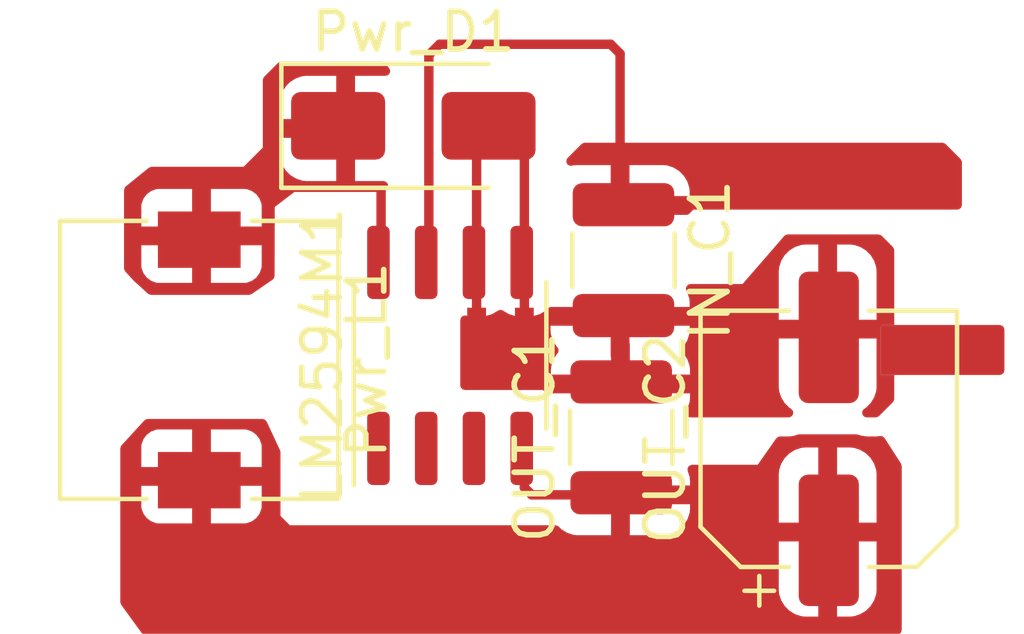
<source format=kicad_pcb>
(kicad_pcb (version 20221018) (generator pcbnew)
  (layers (0 "F.Cu" signal) (31 "B.Cu" signal) (34 "B.Paste" user) (35 "F.Paste" user) (36 "B.SilkS" user "B.Silkscreen") (37 "F.SilkS" user "F.Silkscreen") (38 "B.Mask" user) (39 "F.Mask" user) (44 "Edge.Cuts" user))
  (net 0 "")
  (net 1 "+12V")
  (net 2 "GND")
  (net 3 "+3V3")
  (net 4 "/Net_diodo")
  (footprint "Capacitor_SMD:CP_Elec_6.3x7.7" (layer "F.Cu") (at 153.59 77.24 90)
    (fp_text reference "OUT_C2" (at 0 -4.35 90) (layer "F.SilkS"))
    (fp_text value "C")
    (fp_line (start -4.4375 -1.8475) (end -3.65 -1.8475) (stroke (width 0.12)) (layer "F.SilkS"))
    (fp_line (start -4.04375 -2.24125) (end -4.04375 -1.45375) (stroke (width 0.12)) (layer "F.SilkS"))
    (fp_line (start -3.41 -2.345563) (end -3.41 -1.06) (stroke (width 0.12)) (layer "F.SilkS"))
    (fp_line (start -3.41 -2.345563) (end -2.345563 -3.41) (stroke (width 0.12)) (layer "F.SilkS"))
    (fp_line (start -3.41 2.345563) (end -3.41 1.06) (stroke (width 0.12)) (layer "F.SilkS"))
    (fp_line (start -3.41 2.345563) (end -2.345563 3.41) (stroke (width 0.12)) (layer "F.SilkS"))
    (fp_line (start -2.345563 -3.41) (end 3.41 -3.41) (stroke (width 0.12)) (layer "F.SilkS"))
    (fp_line (start -2.345563 3.41) (end 3.41 3.41) (stroke (width 0.12)) (layer "F.SilkS"))
    (fp_line (start 3.41 -3.41) (end 3.41 -1.06) (stroke (width 0.12)) (layer "F.SilkS"))
    (fp_line (start 3.41 3.41) (end 3.41 1.06) (stroke (width 0.12)) (layer "F.SilkS"))
    (pad "1" smd roundrect (at -2.7 0 90) (size 3.5 1.6) (layers "F.Cu" "F.Paste" "F.Mask") (roundrect_rratio 0.15625) (net 3 "+3V3"))
    (pad "2" smd roundrect (at 2.7 0 90) (size 3.5 1.6) (layers "F.Cu" "F.Paste" "F.Mask") (roundrect_rratio 0.15625) (net 2 "GND"))
  )
  (footprint "Capacitor_SMD:C_1210_3225Metric" (layer "F.Cu") (at 148.13 72.485 -90)
    (fp_text reference "IN_C1" (at 0 -2.3 90) (layer "F.SilkS"))
    (fp_text value "10uF")
    (fp_line (start -0.711252 -1.36) (end 0.711252 -1.36) (stroke (width 0.12)) (layer "F.SilkS"))
    (fp_line (start -0.711252 1.36) (end 0.711252 1.36) (stroke (width 0.12)) (layer "F.SilkS"))
    (pad "1" smd roundrect (at -1.475 0 270) (size 1.15 2.7) (layers "F.Cu" "F.Paste" "F.Mask") (roundrect_rratio 0.217391) (net 1 "+12V"))
    (pad "2" smd roundrect (at 1.475 0 270) (size 1.15 2.7) (layers "F.Cu" "F.Paste" "F.Mask") (roundrect_rratio 0.217391) (net 2 "GND"))
  )
  (footprint "Inductor_SMD:L_7.3x7.3_H4.5" (layer "F.Cu") (at 136.85 75.14 -90)
    (fp_text reference "Pwr_L1" (at 0 -4.45 90) (layer "F.SilkS"))
    (fp_text value "100uH")
    (fp_line (start -3.7 -3.7) (end 3.7 -3.7) (stroke (width 0.12)) (layer "F.SilkS"))
    (fp_line (start -3.7 -1.4) (end -3.7 -3.7) (stroke (width 0.12)) (layer "F.SilkS"))
    (fp_line (start -3.7 3.7) (end -3.7 1.4) (stroke (width 0.12)) (layer "F.SilkS"))
    (fp_line (start 3.7 -3.7) (end 3.7 -1.4) (stroke (width 0.12)) (layer "F.SilkS"))
    (fp_line (start 3.7 1.4) (end 3.7 3.7) (stroke (width 0.12)) (layer "F.SilkS"))
    (fp_line (start 3.7 3.7) (end -3.7 3.7) (stroke (width 0.12)) (layer "F.SilkS"))
    (pad "1" smd rect (at -3.2 0 270) (size 1.5 2.2) (layers "F.Cu" "F.Paste" "F.Mask") (net 4 "/Net_diodo"))
    (pad "2" smd rect (at 3.2 0 270) (size 1.5 2.2) (layers "F.Cu" "F.Paste" "F.Mask") (net 3 "+3V3"))
  )
  (footprint "Package_SO:SOIC-8_3.9x4.9mm_P1.27mm" (layer "F.Cu") (at 143.52 75.02 90)
    (fp_text reference "LM2594M1" (at 0 -3.4 90) (layer "F.SilkS"))
    (fp_text value "LM2594M-3.3")
    (fp_line (start 0 -2.56) (end -3.45 -2.56) (stroke (width 0.12)) (layer "F.SilkS"))
    (fp_line (start 0 -2.56) (end 1.95 -2.56) (stroke (width 0.12)) (layer "F.SilkS"))
    (fp_line (start 0 2.56) (end -1.95 2.56) (stroke (width 0.12)) (layer "F.SilkS"))
    (fp_line (start 0 2.56) (end 1.95 2.56) (stroke (width 0.12)) (layer "F.SilkS"))
    (pad "1" smd roundrect (at -2.475 -1.905 90) (size 1.95 0.6) (layers "F.Cu" "F.Paste" "F.Mask"))
    (pad "2" smd roundrect (at -2.475 -0.635 90) (size 1.95 0.6) (layers "F.Cu" "F.Paste" "F.Mask"))
    (pad "3" smd roundrect (at -2.475 0.635 90) (size 1.95 0.6) (layers "F.Cu" "F.Paste" "F.Mask"))
    (pad "4" smd roundrect (at -2.475 1.905 90) (size 1.95 0.6) (layers "F.Cu" "F.Paste" "F.Mask") (net 3 "+3V3"))
    (pad "5" smd roundrect (at 2.475 1.905 90) (size 1.95 0.6) (layers "F.Cu" "F.Paste" "F.Mask") (net 2 "GND"))
    (pad "6" smd roundrect (at 2.475 0.635 90) (size 1.95 0.6) (layers "F.Cu" "F.Paste" "F.Mask") (net 2 "GND"))
    (pad "7" smd roundrect (at 2.475 -0.635 90) (size 1.95 0.6) (layers "F.Cu" "F.Paste" "F.Mask") (net 1 "+12V"))
    (pad "8" smd roundrect (at 2.475 -1.905 90) (size 1.95 0.6) (layers "F.Cu" "F.Paste" "F.Mask") (net 4 "/Net_diodo"))
  )
  (footprint "Capacitor_SMD:C_1210_3225Metric" (layer "F.Cu") (at 148.07 77.2 90)
    (fp_text reference "OUT_C1" (at 0 -2.3 90) (layer "F.SilkS"))
    (fp_text value "100uF")
    (fp_line (start -0.711252 -1.36) (end 0.711252 -1.36) (stroke (width 0.12)) (layer "F.SilkS"))
    (fp_line (start -0.711252 1.36) (end 0.711252 1.36) (stroke (width 0.12)) (layer "F.SilkS"))
    (pad "1" smd roundrect (at -1.475 0 90) (size 1.15 2.7) (layers "F.Cu" "F.Paste" "F.Mask") (roundrect_rratio 0.217391) (net 3 "+3V3"))
    (pad "2" smd roundrect (at 1.475 0 90) (size 1.15 2.7) (layers "F.Cu" "F.Paste" "F.Mask") (roundrect_rratio 0.217391) (net 2 "GND"))
  )
  (footprint "Diode_SMD:D_SMA" (layer "F.Cu") (at 142.5425 68.91)
    (fp_text reference "Pwr_D1" (at 0 -2.5) (layer "F.SilkS"))
    (fp_text value "D")
    (fp_line (start -3.51 -1.65) (end -3.51 1.65) (stroke (width 0.12)) (layer "F.SilkS"))
    (fp_line (start -3.51 -1.65) (end 2 -1.65) (stroke (width 0.12)) (layer "F.SilkS"))
    (fp_line (start -3.51 1.65) (end 2 1.65) (stroke (width 0.12)) (layer "F.SilkS"))
    (pad "1" smd roundrect (at -2 0) (size 2.5 1.8) (layers "F.Cu" "F.Paste" "F.Mask") (roundrect_rratio 0.1388888889) (net 4 "/Net_diodo"))
    (pad "2" smd roundrect (at 2 0) (size 2.5 1.8) (layers "F.Cu" "F.Paste" "F.Mask") (roundrect_rratio 0.1388888889) (net 2 "GND"))
  )
  (segment (start 143.24 66.74) (end 147.79 66.74) (width 0.25) (layer "F.Cu") (net 1))
  (segment (start 147.79 66.74) (end 148.04 66.99) (width 0.25) (layer "F.Cu") (net 1))
  (segment (start 142.955 72.495) (end 142.955 67.025) (width 0.25) (layer "F.Cu") (net 1))
  (segment (start 148.04 66.99) (end 148.04 71.03) (width 0.25) (layer "F.Cu") (net 1))
  (segment (start 142.955 67.025) (end 143.24 66.74) (width 0.25) (layer "F.Cu") (net 1))
  (segment (start 145.49 74.18) (end 145.495 74.175) (width 0.25) (layer "F.Cu") (net 2))
  (segment (start 144.225 74.185) (end 144.22 74.19) (width 0.25) (layer "F.Cu") (net 2))
  (segment (start 145.495 72.495) (end 145.495 69.7325) (width 0.25) (layer "F.Cu") (net 2))
  (segment (start 144.225 72.495) (end 144.225 69.4975) (width 0.25) (layer "F.Cu") (net 2))
  (segment (start 144.225 72.495) (end 144.225 74.185) (width 0.25) (layer "F.Cu") (net 2))
  (segment (start 145.495 72.495) (end 145.495 74.175) (width 0.25) (layer "F.Cu") (net 2))
  (segment (start 144.225 69.4975) (end 144.7425 68.98) (width 0.25) (layer "F.Cu") (net 2))
  (segment (start 145.495 69.7325) (end 144.7425 68.98) (width 0.25) (layer "F.Cu") (net 2))
  (segment (start 145.495 77.445) (end 145.495 78.535) (width 0.25) (layer "F.Cu") (net 3))
  (segment (start 145.69 78.73) (end 148.05 78.73) (width 0.25) (layer "F.Cu") (net 3))
  (segment (start 145.495 78.535) (end 145.69 78.73) (width 0.25) (layer "F.Cu") (net 3))
  (segment (start 141.685 70.555) (end 141.69 70.55) (width 0.25) (layer "F.Cu") (net 4))
  (segment (start 141.685 72.495) (end 141.685 70.555) (width 0.25) (layer "F.Cu") (net 4))
  (zone (net 4) (net_name "/Net_diodo") (layer "F.Cu") (priority 1) (connect_pads (clearance 0.5)) (min_thickness 0.25) (fill yes (thermal_gap 0.5) (thermal_bridge_width 0.5))
    (polygon (pts (xy 135.521428 73.41) (xy 138.21 73.41) (xy 138.853923 72.967852) (xy 138.857405 71.07) (xy 139.38 70.67) (xy 141.76 70.67) (xy 142.06 70.37) (xy 142.06 67.58) (xy 141.76 67.2) (xy 138.98 67.2) (xy 138.54 67.64) (xy 138.54 69.49) (xy 138.03 70) (xy 135.54 70) (xy 134.85 70.56) (xy 134.85 72.75) (xy 135.15 73.08) (xy 135.16 73.08)))
  )
  (zone (net 2) (net_name "GND") (layer "F.Cu") (priority 4) (connect_pads (clearance 0.5)) (min_thickness 0.25) (fill yes (thermal_gap 0.5) (thermal_bridge_width 0.5))
    (polygon (pts (xy 158.26 74.22) (xy 158.26 75.52) (xy 158.24 75.54) (xy 154.97 75.54) (xy 154.97 74.26) (xy 155.02 74.21) (xy 158.24 74.21) (xy 158.25 74.22)))
  )
  (zone (net 2) (net_name "GND") (layer "F.Cu") (priority 2) (connect_pads (clearance 0.5)) (min_thickness 0.25) (fill yes (thermal_gap 0.5) (thermal_bridge_width 0.5))
    (polygon (pts (xy 143.79 73.75) (xy 143.79 75.94) (xy 145.99 75.94) (xy 146.78 76.87) (xy 149.22 76.87) (xy 149.42 76.67) (xy 154.89 76.67) (xy 155.33 76.23) (xy 155.33 72.17) (xy 154.96 71.8) (xy 152.440667 71.8) (xy 151.296666 73.12) (xy 146.56 73.12) (xy 145.93 73.75) (xy 143.78 73.75)))
  )
  (zone (net 3) (net_name "+3V3") (layer "F.Cu") (connect_pads (clearance 0.5)) (min_thickness 0.25) (fill yes (thermal_gap 0.5) (thermal_bridge_width 0.5))
    (polygon (pts (xy 134.75 77.45) (xy 134.75 81.623169) (xy 135.35 82.45) (xy 155.53 82.45) (xy 155.53 77.93) (xy 155.01 77.12) (xy 152.267175 77.12) (xy 151.7 77.93) (xy 146.379255 77.93) (xy 146.38 79.54) (xy 139.26 79.54) (xy 139.01 79.29) (xy 139.01 77.57) (xy 138.61 76.71) (xy 135.42582 76.71)))
  )
  (zone (net 1) (net_name "+12V") (layer "F.Cu") (priority 3) (connect_pads (clearance 0.5)) (min_thickness 0.25) (fill yes (thermal_gap 0.5) (thermal_bridge_width 0.5))
    (polygon (pts (xy 157.1 71.14) (xy 149.99 71.14) (xy 149.74 71.39) (xy 149.74 71.91) (xy 149.69 71.96) (xy 146.67 71.96) (xy 146.34 71.63) (xy 146.34 70.07) (xy 147.05 69.36) (xy 156.66 69.36) (xy 157.13 69.83) (xy 157.13 71.13) (xy 157.1 71.16)))
  )
)
</source>
